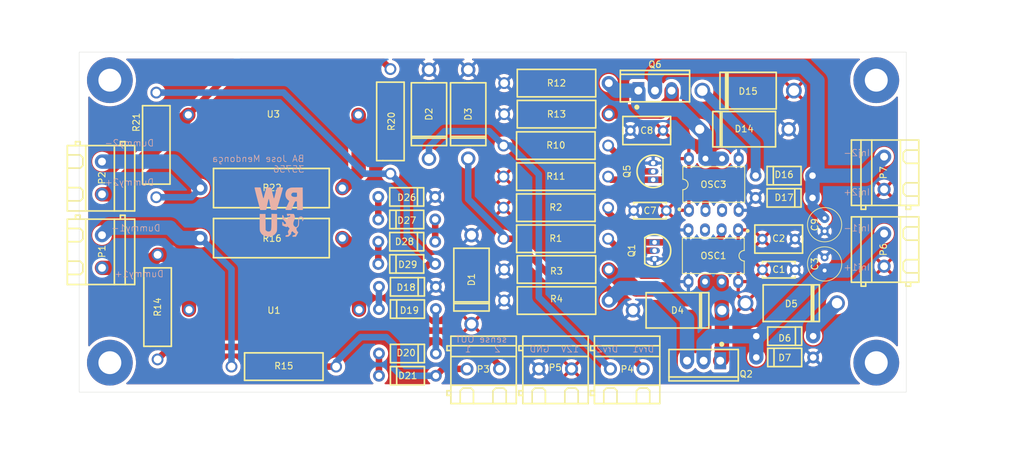
<source format=kicad_pcb>
(kicad_pcb (version 20241229) (generator "pcbnew") (generator_version "9.0")
  (layers (0 "F.Cu" signal) (2 "B.Cu" signal) (13 "F.Paste" user) (15 "B.Paste" user) (5 "F.SilkS" user "F.Silkscreen") (7 "B.SilkS" user "B.Silkscreen") (1 "F.Mask" user) (3 "B.Mask" user) (25 "Edge.Cuts" user))
  (net 0 "")
  (net 1 "VCC")
  (net 2 "GND")
  (net 3 "/driver1/mosfet_power")
  (net 4 "/driver2/mosfet_power")
  (net 5 "/Drv2")
  (net 6 "/Drv1")
  (net 7 "Net-(Q2-S)")
  (net 8 "Net-(D26-A)")
  (net 9 "Net-(D27-A)")
  (net 10 "/injector_sense1/dummy_output_ttl")
  (net 11 "/injector_sense2/dummy_output_ttl")
  (net 12 "/injector_sense1/HIGH")
  (net 13 "/injector_sense2/HIGH")
  (net 14 "Net-(D5-K)")
  (net 15 "Net-(D15-K)")
  (net 16 "Net-(D18-A)")
  (net 17 "Net-(D19-A)")
  (net 18 "Net-(D20-A)")
  (net 19 "Net-(D28-A)")
  (net 21 "Net-(OSC1-INPUT)")
  (net 23 "Net-(OSC3-INPUT)")
  (net 24 "/injector_sense1/dummy-")
  (net 25 "/injector_sense2/dummy-")
  (net 26 "Net-(Q1-B)")
  (net 27 "Net-(Q5-B)")
  (net 28 "Net-(Q6-S)")
  (net 29 "Net-(R16-Pad2)")
  (net 30 "Net-(R22-Pad2)")
  (net 31 "/Inj1-")
  (net 32 "/Inj2-")
  (footprint "EasyEDA:DO-41_BD2.4-L4.7-P8.70-D0.9-RD" (layer "F.Cu") (at 141.2 98.3)
    (property "Reference" "D19" (at 0.3 0.2 0) (layer "F.SilkS"))
    (property "Value" "1N4007RLG")
    (pad "1" thru_hole circle (at -4.35 0) (size 1.8 1.8) (drill 0.999998) (layers "*.Cu" "*.Mask") (net 16 "Net-(D18-A)"))
    (pad "2" thru_hole circle (at 4.35 0) (size 1.8 1.8) (drill 0.999998) (layers "*.Cu" "*.Mask") (net 17 "Net-(D19-A)"))
  )
  (footprint "EasyEDA:RES-TH_BD4.2-L12.0-P16.00-D0.8" (layer "F.Cu") (at 163.9 82.8)
    (property "Reference" "R2" (at 0 -0.05 0) (layer "F.SilkS"))
    (property "Value" "r=1k")
    (pad "1" thru_hole circle (at -8 0) (size 1.8 1.8) (drill 1.199998) (layers "*.Cu" "*.Mask") (net 1 "VCC"))
    (pad "2" thru_hole circle (at 8 0) (size 1.8 1.8) (drill 1.199998) (layers "*.Cu" "*.Mask") (net 21 "Net-(OSC1-INPUT)"))
  )
  (footprint "EasyEDA:DO-27_BD5.2-L8.9-P12.90-D1.5-RD" (layer "F.Cu") (at 193.3 64.9)
    (property "Reference" "D15" (at 0 0.1 0) (layer "F.SilkS"))
    (property "Value" "1N5338BRLG" (hide yes))
    (pad "1" thru_hole circle (at -7 0 180) (size 2.4 2.4) (drill 1.599997) (layers "*.Cu" "*.Mask") (net 15 "Net-(D15-K)"))
    (pad "2" thru_hole circle (at 7 0 180) (size 2.4 2.4) (drill 1.599997) (layers "*.Cu" "*.Mask") (net 1 "VCC"))
  )
  (footprint "EasyEDA:CONN-TH_2P-P5.00_WJ128V-5.0-2P" (layer "F.Cu") (at 214.1 89.25 90)
    (property "Reference" "P6" (at 0.05 -0.1 90) (layer "F.SilkS"))
    (property "Value" "WJ128V-5.0-2P")
    (pad "1" thru_hole circle (at -2.5 0 90) (size 2 2) (drill 1.199896) (layers "*.Cu" "*.Mask") (net 1 "VCC"))
    (pad "2" thru_hole circle (at 2.5 0 90) (size 2 2) (drill 1.199896) (layers "*.Cu" "*.Mask") (net 31 "/Inj1-"))
  )
  (footprint "EasyEDA:TO-92-3_L4.9-W3.7-P1.27-L" (layer "F.Cu") (at 178.78184 77.25 90)
    (property "Reference" "Q5" (at 0 -4 90) (layer "F.SilkS"))
    (property "Value" "BC547B" (hide yes))
    (pad "1" thru_hole rect (at -1.27 0 90) (size 0.9 1.6) (drill 0.700024) (layers "*.Cu" "*.Mask") (net 23 "Net-(OSC3-INPUT)"))
    (pad "2" thru_hole oval (at 0 0 90) (size 0.9 1.6) (drill 0.700024) (layers "*.Cu" "*.Mask") (net 27 "Net-(Q5-B)"))
    (pad "3" thru_hole oval (at 1.27 0 90) (size 0.9 1.6) (drill 0.700024) (layers "*.Cu" "*.Mask") (net 2 "GND"))
  )
  (footprint "EasyEDA:DO-41_BD2.4-L4.7-P8.70-D0.9-RD" (layer "F.Cu") (at 141.2 108.5)
    (property "Reference" "D21" (at 0.05 0 0) (layer "F.SilkS"))
    (property "Value" "1N4007RLG")
    (pad "1" thru_hole circle (at -4.35 0) (size 1.8 1.8) (drill 0.999998) (layers "*.Cu" "*.Mask") (net 18 "Net-(D20-A)"))
    (pad "2" thru_hole circle (at 4.35 0) (size 1.8 1.8) (drill 0.999998) (layers "*.Cu" "*.Mask") (net 10 "/injector_sense1/dummy_output_ttl"))
  )
  (footprint "EasyEDA:DO-41_BD2.4-L4.7-P8.70-D0.9-RD" (layer "F.Cu") (at 141.1 84.6)
    (property "Reference" "D27" (at 0 0.15 0) (layer "F.SilkS"))
    (property "Value" "1N4007RLG")
    (pad "1" thru_hole circle (at -4.35 0) (size 1.8 1.8) (drill 0.999998) (layers "*.Cu" "*.Mask") (net 8 "Net-(D26-A)"))
    (pad "2" thru_hole circle (at 4.35 0) (size 1.8 1.8) (drill 0.999998) (layers "*.Cu" "*.Mask") (net 9 "Net-(D27-A)"))
  )
  (footprint "EasyEDA:TO-220-3_L10.0-W4.5-P2.54-L" (layer "F.Cu") (at 186.5 106.2 180)
    (property "Reference" "Q2" (at -6.5 -2.05 0) (layer "F.SilkS"))
    (property "Value" "IRFZ44NPBF" (hide yes))
    (pad "1" thru_hole rect (at -2.54 0 180) (size 1.8 2.6) (drill 1.199998) (layers "*.Cu" "*.Mask") (net 3 "/driver1/mosfet_power"))
    (pad "2" thru_hole oval (at 0 0 180) (size 1.8 2.6) (drill 1.199998) (layers "*.Cu" "*.Mask") (net 31 "/Inj1-"))
    (pad "3" thru_hole oval (at 2.54 0 180) (size 1.8 2.6) (drill 1.199998) (layers "*.Cu" "*.Mask") (net 7 "Net-(Q2-S)"))
  )
  (footprint "EasyEDA:RES-TH_BD4.2-L12.0-P16.00-D0.8" (layer "F.Cu") (at 164 68.5 180)
    (property "Reference" "R13" (at 0 0 0) (layer "F.SilkS"))
    (property "Value" "r=1k")
    (pad "1" thru_hole circle (at -8 0 180) (size 1.8 1.8) (drill 1.199998) (layers "*.Cu" "*.Mask") (net 28 "Net-(Q6-S)"))
    (pad "2" thru_hole circle (at 8 0 180) (size 1.8 1.8) (drill 1.199998) (layers "*.Cu" "*.Mask") (net 2 "GND"))
  )
  (footprint "EasyEDA:DO-201_BD5.3-L9.5-P13.50-D1.4-FD" (layer "F.Cu") (at 182.5 98.5)
    (property "Reference" "D4" (at 0 0 0) (layer "F.SilkS"))
    (property "Value" "1.5KE18A_C132974")
    (pad "1" thru_hole circle (at -6.8 0 180) (size 2.2 2.2) (drill 1.399997) (layers "*.Cu" "*.Mask") (net 2 "GND"))
    (pad "2" thru_hole circle (at 6.8 0 180) (size 2.2 2.2) (drill 1.399997) (layers "*.Cu" "*.Mask") (net 3 "/driver1/mosfet_power"))
  )
  (footprint "EasyEDA:RES-TH_BD4.2-L12.0-P16.00-D0.8" (layer "F.Cu") (at 164 63.75 180)
    (property "Reference" "R12" (at 0 0 0) (layer "F.SilkS"))
    (property "Value" "r=1k")
    (pad "1" thru_hole circle (at -8 0 180) (size 1.8 1.8) (drill 1.199998) (layers "*.Cu" "*.Mask") (net 4 "/driver2/mosfet_power"))
    (pad "2" thru_hole circle (at 8 0 180) (size 1.8 1.8) (drill 1.199998) (layers "*.Cu" "*.Mask") (net 2 "GND"))
  )
  (footprint "EasyEDA:PDIP-8_L9.3-W6.4-P2.54-LS7.9-BL-1" (layer "F.Cu") (at 188.05 79.25)
    (property "Reference" "OSC3" (at -0.05 0 0) (layer "F.SilkS"))
    (property "Value" "MCP1406-E/P")
    (pad "1" thru_hole oval (at -3.81 3.95) (size 1.52 2) (drill 0.900024) (layers "*.Cu" "*.Mask") (net 1 "VCC"))
    (pad "2" thru_hole oval (at -1.27 3.95) (size 1.52 2) (drill 0.900024) (layers "*.Cu" "*.Mask") (net 23 "Net-(OSC3-INPUT)"))
    (pad "3" thru_hole oval (at 1.27 3.95) (size 1.52 2) (drill 0.900024) (layers "*.Cu" "*.Mask"))
    (pad "4" thru_hole oval (at 3.81 3.95) (size 1.52 2) (drill 0.900024) (layers "*.Cu" "*.Mask") (net 2 "GND"))
    (pad "5" thru_hole oval (at 3.81 -3.95) (size 1.52 2) (drill 0.900024) (layers "*.Cu" "*.Mask") (net 2 "GND"))
    (pad "6" thru_hole oval (at 1.27 -3.95) (size 1.52 2) (drill 0.900024) (layers "*.Cu" "*.Mask") (net 4 "/driver2/mosfet_power"))
    (pad "7" thru_hole oval (at -1.27 -3.95) (size 1.52 2) (drill 0.900024) (layers "*.Cu" "*.Mask") (net 4 "/driver2/mosfet_power"))
    (pad "8" thru_hole oval (at -3.81 -3.95) (size 1.52 2) (drill 0.900024) (layers "*.Cu" "*.Mask") (net 1 "VCC"))
  )
  (footprint "EasyEDA:CONN-TH_2P-P5.00_WJ128V-5.0-2P" (layer "F.Cu") (at 214.1 77.5 90)
    (property "Reference" "P7" (at 0.05 -0.1 90) (layer "F.SilkS"))
    (property "Value" "WJ128V-5.0-2P")
    (pad "1" thru_hole circle (at -2.5 0 90) (size 2 2) (drill 1.199896) (layers "*.Cu" "*.Mask") (net 1 "VCC"))
    (pad "2" thru_hole circle (at 2.5 0 90) (size 2 2) (drill 1.199896) (layers "*.Cu" "*.Mask") (net 32 "/Inj2-"))
  )
  (footprint "EasyEDA:CONN-TH_2P-P5.00_WJ128V-5.0-2P" (layer "F.Cu") (at 174.75 107.45)
    (property "Reference" "P4" (at 0.05 0.05 0) (layer "F.SilkS"))
    (property "Value" "WJ128V-5.0-2P")
    (pad "1" thru_hole circle (at -2.5 0) (size 2 2) (drill 1.199896) (layers "*.Cu" "*.Mask") (net 5 "/Drv2"))
    (pad "2" thru_hole circle (at 2.5 0) (size 2 2) (drill 1.199896) (layers "*.Cu" "*.Mask") (net 6 "/Drv1"))
  )
  (footprint "MountingHole:MountingHole_3.5mm_Pad" (layer "F.Cu") (at 212.9 63.3 180)
    (property "Reference" "H1" (hide yes))
    (property "Value" "MountingHole")
    (pad "1" thru_hole circle (at 0 0 180) (size 7 7) (drill 3.5) (layers "*.Cu" "*.Mask"))
  )
  (footprint "EasyEDA:DO-41_BD2.4-L4.7-P8.70-D0.9-RD" (layer "F.Cu") (at 141.1 81.15 180)
    (property "Reference" "D26" (at 0 -0.1 0) (layer "F.SilkS"))
    (property "Value" "1N4007RLG")
    (pad "1" thru_hole circle (at -4.35 0 180) (size 1.8 1.8) (drill 0.999998) (layers "*.Cu" "*.Mask") (net 2 "GND"))
    (pad "2" thru_hole circle (at 4.35 0 180) (size 1.8 1.8) (drill 0.999998) (layers "*.Cu" "*.Mask") (net 8 "Net-(D26-A)"))
  )
  (footprint "EasyEDA:RES-TH_BD4.2-L12.0-P16.00-D0.8" (layer "F.Cu") (at 138.6 69.6 90)
    (property "Reference" "R20" (at 0 0.15 90) (layer "F.SilkS"))
    (property "Value" "r=10k")
    (pad "1" thru_hole circle (at -8 0 90) (size 1.8 1.8) (drill 1.199998) (layers "*.Cu" "*.Mask") (net 11 "/injector_sense2/dummy_output_ttl"))
    (pad "2" thru_hole circle (at 8 0 90) (size 1.8 1.8) (drill 1.199998) (layers "*.Cu" "*.Mask") (net 13 "/injector_sense2/HIGH"))
  )
  (footprint "EasyEDA:RES-TH_L22.0-W10.0-P26.00-D1.0" (layer "F.Cu") (at 120.7 68.6 180)
    (property "Reference" "U3" (at 0 0.1 0) (layer "F.SilkS"))
    (property "Value" "SQP5W-10Ω±5%-9P")
    (pad "1" thru_hole circle (at -13 0 180) (size 1.7 1.7) (drill 1.100023) (layers "*.Cu" "*.Mask") (net 30 "Net-(R22-Pad2)"))
    (pad "2" thru_hole circle (at 13 0 180) (size 1.7 1.7) (drill 1.100023) (layers "*.Cu" "*.Mask") (net 13 "/injector_sense2/HIGH"))
  )
  (footprint "EasyEDA:DO-41_BD2.4-L4.7-P8.70-D0.9-RD" (layer "F.Cu") (at 198.9 105.7)
    (property "Reference" "D7" (at 0 0.05 0) (layer "F.SilkS"))
    (property "Value" "1N4007RLG" (hide yes))
    (pad "1" thru_hole circle (at -4.35 0) (size 1.8 1.8) (drill 0.999998) (layers "*.Cu" "*.Mask") (net 31 "/Inj1-"))
    (pad "2" thru_hole circle (at 4.35 0) (size 1.8 1.8) (drill 0.999998) (layers "*.Cu" "*.Mask") (net 2 "GND"))
  )
  (footprint "EasyEDA:DO-41_BD2.4-L4.7-P8.70-D0.9-RD" (layer "F.Cu") (at 141.2 94.9 180)
    (property "Reference" "D18" (at 0.2 -0.1 0) (layer "F.SilkS"))
    (property "Value" "1N4007RLG")
    (pad "1" thru_hole circle (at -4.35 0 180) (size 1.8 1.8) (drill 0.999998) (layers "*.Cu" "*.Mask") (net 2 "GND"))
    (pad "2" thru_hole circle (at 4.35 0 180) (size 1.8 1.8) (drill 0.999998) (layers "*.Cu" "*.Mask") (net 16 "Net-(D18-A)"))
  )
  (footprint "EasyEDA:RES-TH_BD4.2-L12.0-P16.00-D0.8" (layer "F.Cu") (at 163.9 87.55)
    (property "Reference" "R1" (at 0 -0.05 0) (layer "F.SilkS"))
    (property "Value" "r=10k")
    (pad "1" thru_hole circle (at -8 0) (size 1.8 1.8) (drill 1.199998) (layers "*.Cu" "*.Mask") (net 6 "/Drv1"))
    (pad "2" thru_hole circle (at 8 0) (size 1.8 1.8) (drill 1.199998) (layers "*.Cu" "*.Mask") (net 26 "Net-(Q1-B)"))
  )
  (footprint "EasyEDA:DO-201_BD5.3-L9.5-P13.50-D1.4-FD" (layer "F.Cu") (at 144.5 68.5 -90)
    (property "Reference" "D2" (at 0 0 90) (layer "F.SilkS"))
    (property "Value" "1.5KE18A_C132974")
    (pad "1" thru_hole circle (at -6.8 0 90) (size 2.2 2.2) (drill 1.399997) (layers "*.Cu" "*.Mask") (net 2 "GND"))
    (pad "2" thru_hole circle (at 6.8 0 90) (size 2.2 2.2) (drill 1.399997) (layers "*.Cu" "*.Mask") (net 5 "/Drv2"))
  )
  (footprint "MountingHole:MountingHole_3.5mm_Pad" (layer "F.Cu") (at 212.9 106.5)
    (property "Reference" "H2" (hide yes))
    (property "Value" "MountingHole")
    (pad "1" thru_hole circle (at 0 0) (size 7 7) (drill 3.5) (layers "*.Cu" "*.Mask"))
  )
  (footprint "EasyEDA:TO-220-3_L10.0-W4.5-P2.54-L" (layer "F.Cu") (at 179.06 64.9)
    (property "Reference" "Q6" (at 0 -4 0) (layer "F.SilkS"))
    (property "Value" "IRFZ44NPBF" (hide yes))
    (pad "1" thru_hole rect (at -2.54 0) (size 1.8 2.6) (drill 1.199998) (layers "*.Cu" "*.Mask") (net 4 "/driver2/mosfet_power"))
    (pad "2" thru_hole oval (at 0 0) (size 1.8 2.6) (drill 1.199998) (layers "*.Cu" "*.Mask") (net 32 "/Inj2-"))
    (pad "3" thru_hole oval (at 2.54 0) (size 1.8 2.6) (drill 1.199998) (layers "*.Cu" "*.Mask") (net 28 "Net-(Q6-S)"))
  )
  (footprint "EasyEDA:DO-201_BD5.3-L9.5-P13.50-D1.4-FD" (layer "F.Cu") (at 192.7 70.8 180)
    (property "Reference" "D14" (at 0 0.05 0) (layer "F.SilkS"))
    (property "Value" "1.5KE18A_C132974" (hide yes))
    (pad "1" thru_hole circle (at -6.8 0) (size 2.2 2.2) (drill 1.399997) (layers "*.Cu" "*.Mask") (net 2 "GND"))
    (pad "2" thru_hole circle (at 6.8 0) (size 2.2 2.2) (drill 1.399997) (layers "*.Cu" "*.Mask") (net 4 "/driver2/mosfet_power"))
  )
  (footprint "EasyEDA:DO-27_BD5.2-L8.9-P12.90-D1.5-RD" (layer "F.Cu") (at 199.9 97.4 180)
    (property "Reference" "D5" (at 0 -0.1 0) (layer "F.SilkS"))
    (property "Value" "1N5338BRLG" (hide yes))
    (pad "1" thru_hole circle (at -7 0) (size 2.4 2.4) (drill 1.599997) (layers "*.Cu" "*.Mask") (net 14 "Net-(D5-K)"))
    (pad "2" thru_hole circle (at 7 0) (size 2.4 2.4) (drill 1.599997) (layers "*.Cu" "*.Mask") (net 1 "VCC"))
  )
  (footprint "EasyEDA:DO-41_BD2.4-L4.7-P8.70-D0.9-RD" (layer "F.Cu") (at 141.2 105.1 180)
    (property "Reference" "D20" (at 0.2 0.1 0) (layer "F.SilkS"))
    (property "Value" "1N4007RLG")
    (pad "1" thru_hole circle (at -4.35 0 180) (size 1.8 1.8) (drill 0.999998) (layers "*.Cu" "*.Mask") (net 17 "Net-(D19-A)"))
    (pad "2" thru_hole circle (at 4.35 0 180) (size 1.8 1.8) (drill 0.999998) (layers "*.Cu" "*.Mask") (net 18 "Net-(D20-A)"))
  )
  (footprint "EasyEDA:CONN-TH_2P-P5.00_WJ128V-5.0-2P" (layer "F.Cu") (at 152.8 107.45)
    (property "Reference" "P3" (at 0 0.05 0) (layer "F.SilkS"))
    (property "Value" "WJ128V-5.0-2P")
    (pad "1" thru_hole circle (at -2.5 0) (size 2 2) (drill 1.199896) (layers "*.Cu" "*.Mask") (net 10 "/injector_sense1/dummy_output_ttl"))
    (pad "2" thru_hole circle (at 2.5 0) (size 2 2) (drill 1.199896) (layers "*.Cu" "*.Mask") (net 11 "/injector_sense2/dummy_output_ttl"))
  )
  (footprint "EasyEDA:CAP-TH_L5.0-W2.5-P5.00-D1.0" (layer "F.Cu") (at 198 92.3 180)
    (property "Reference" "C1" (at 0 0.05 0) (layer "F.SilkS"))
    (property "Value" "CC1H104MC1FD3F6C10MF" (hide yes))
    (pad "1" thru_hole circle (at -2.5 0 180) (size 1.6 1.6) (drill 0.999998) (layers "*.Cu" "*.Mask") (net 2 "GND"))
    (pad "2" thru_hole circle (at 2.5 0 180) (size 1.6 1.6) (drill 0.999998) (layers "*.Cu" "*.Mask") (net 1 "VCC"))
  )
  (footprint "LOGO" (layer "F.Cu") (at 121.5 83)
    (property "Reference" "G***" (hide yes))
    (property "Value" "LOGO" (hide yes))
  )
  (footprint "EasyEDA:CAP-TH_L5.0-W2.5-P5.00-D1.0" (layer "F.Cu") (at 178.3 83.25)
    (property "Reference" "C7" (at 0 0 0) (layer "F.SilkS"))
    (property "Value" "CC1H104MC1FD3F6C10MF" (hide yes))
    (pad "1" thru_hole circle (at -2.5 0) (size 1.6 1.6) (drill 0.999998) (layers "*.Cu" "*.Mask") (net 2 "GND"))
    (pad "2" thru_hole circle (at 2.5 0) (size 1.6 1.6) (drill 0.999998) (layers "*.Cu" "*.Mask") (net 1 "VCC"))
  )
  (footprint "EasyEDA:DO-201_BD5.3-L9.5-P13.50-D1.4-FD" (layer "F.Cu") (at 150.5 68.5 -90)
    (property "Reference" "D3" (at 0 0 90) (layer "F.SilkS"))
    (property "Value" "1.5KE18A_C132974")
    (pad "1" thru_hole circle (at -6.8 0 90) (size 2.2 2.2) (drill 1.399997) (layers "*.Cu" "*.Mask") (net 2 "GND"))
    (pad "2" thru_hole circle (at 6.8 0 90) (size 2.2 2.2) (drill 1.399997) (layers "*.Cu" "*.Mask") (net 6 "/Drv1"))
  )
  (footprint "EasyEDA:TO-92-3_L4.9-W3.7-P1.27-L" (layer "F.Cu") (at 179 89.37 -90)
    (property "Reference" "Q1" (at 0 3.5 90) (layer "F.SilkS"))
    (property "Value" "BC547B")
    (pad "1" thru_hole rect (at -1.27 0 270) (size 0.9 1.6) (drill 0.700024) (layers "*.Cu" "*.Mask") (net 21 "Net-(OSC1-INPUT)"))
    (pad "2" thru_hole oval (at 0 0 270) (size 0.9 1.6) (drill 0.700024) (layers "*.Cu" "*.Mask") (net 26 "Net-(Q1-B)"))
    (pad "3" thru_hole oval (at 1.27 0 270) (size 0.9 1.6) (drill 0.700024) (layers "*.Cu" "*.Mask") (net 2 "GND"))
  )
  (footprint "EasyEDA:RES-TH_BD4.2-L12.0-P16.00-D0.8" (layer "F.Cu") (at 163.9 73.3)
    (property "Reference" "R10" (at 0 -0.05 0) (layer "F.SilkS"))
    (property "Value" "r=10k")
    (pad "1" thru_hole circle (at -8 0) (size 1.8 1.8) (drill 1.199998) (layers "*.Cu" "*.Mask") (net 5 "/Drv2"))
    (pad "2" thru_hole circle (at 8 0) (size 1.8 1.8) (drill 1.199998) (layers "*.Cu" "*.Mask") (net 27 "Net-(Q5-B)"))
  )
  (footprint "EasyEDA:DO-41_BD2.4-L4.7-P8.70-D0.9-RD" (layer "F.Cu") (at 141.1 91.4)
    (property "Reference" "D29" (at 0.15 0.1 0) (layer "F.SilkS"))
    (property "Value" "1N4007RLG")
    (pad "1" thru_hole circle (at -4.35 0) (size 1.8 1.8) (drill 0.999998) (layers "*.Cu" "*.Mask") (net 19 "Net-(D28-A)"))
    (pad "2" thru_hole circle (at 4.35 0) (size 1.8 1.8) (drill 0.999998) (layers "*.Cu" "*.Mask") (net 11 "/injector_sense2/dummy_output_ttl"))
  )
  (footprint "EasyEDA:RES-TH_BD4.2-L12.0-P16.00-D0.8" (layer "F.Cu") (at 164 92.25 180)
    (property "Reference" "R3" (at 0 -0.25 0) (layer "F.SilkS"))
    (property "Value" "r=1k")
    (pad "1" thru_hole circle (at -8 0 180) (size 1.8 1.8) (drill 1.199998) (layers "*.Cu" "*.Mask") (net 3 "/driver1/mosfet_power"))
    (pad "2" thru_hole circle (at 8 0 180) (size 1.8 1.8) (drill 1.199998) (layers "*.Cu" "*.Mask") (net 2 "GND"))
  )
  (footprint "EasyEDA:PDIP-8_L9.3-W6.4-P2.54-LS7.9-BL-1" (layer "F.Cu") (at 187.98 90.15 180)
    (property "Reference" "OSC1" (at -0.02 0 0) (layer "F.SilkS"))
    (property "Value" "MCP1406-E/P" (hide yes))
    (pad "1" thru_hole oval (at -3.81 3.95 180) (size 1.52 2) (drill 0.900024) (layers "*.Cu" "*.Mask") (net 1 "VCC"))
    (pad "2" thru_hole oval (at -1.27 3.95 180) (size 1.52 2) (drill 0.900024) (layers "*.Cu" "*.Mask") (net 21 "Net-(OSC1-INPUT)"))
    (pad "3" thru_hole oval (at 1.27 3.95 180) (size 1.52 2) (drill 0.900024) (layers "*.Cu" "*.Mask"))
    (pad "4" thru_hole oval (at 3.81 3.95 180) (size 1.52 2) (drill 0.900024) (layers "*.Cu" "*.Mask") (net 2 "GND"))
    (pad "5" thru_hole oval (at 3.81 -3.95 180) (size 1.52 2) (drill 0.900024) (layers "*.Cu" "*.Mask") (net 2 "GND"))
    (pad "6" thru_hole oval (at 1.27 -3.95 180) (size 1.52 2) (drill 0.900024) (layers "*.Cu" "*.Mask") (net 3 "/driver1/mosfet_power"))
    (pad "7" thru_hole oval (at -1.27 -3.95 180) (size 1.52 2) (drill 0.900024) (layers "*.Cu" "*.Mask") (net 3 "/driver1/mosfet_power"))
    (pad "8" thru_hole oval (at -3.81 -3.95 180) (size 1.52 2) (drill 0.900024) (layers "*.Cu" "*.Mask") (net 1 "VCC"))
  )
  (footprint "EasyEDA:DO-41_BD2.4-L4.7-P8.70-D0.9-RD" (layer "F.Cu") (at 198.8 81.3 180)
    (property "Reference" "D17" (at 0 0.05 0) (layer "F.SilkS"))
    (property "Value" "1N4007RLG")
    (pad "1" thru_hole circle (at -4.35 0 180) (size 1.8 1.8) (drill 0.999998) (layers "*.Cu" "*.Mask") (net 32 "/Inj2-"))
    (pad "2" thru_hole circle (at 4.35 0 180) (size 1.8 1.8) (drill 0.999998) (layers "*.Cu" "*.Mask") (net 2 "GND"))
  )
  (footprint "Capacitor_THT:C_Radial_D5.0mm_H5.0mm_P2.00mm" (layer "F.Cu") (at 205 92.4 90)
    (property "Reference" "C3" (at 1 -1.5 90) (layer "F.SilkS"))
    (property "Value" "c=10u")
    (pad "1" thru_hole circle (at 0 0 90) (size 1.2 1.2) (drill 0.6) (layers "*.Cu" "*.Mask") (net 31 "/Inj1-"))
    (pad "2" thru_hole circle (at 2 0 90) (size 1.2 1.2) (drill 0.6) (layers "*.Cu" "*.Mask") (net 2 "GND"))
  )
  (footprint "EasyEDA:DO-41_BD2.4-L4.7-P8.70-D0.9-RD" (layer "F.Cu") (at 198.9 102.45 180)
    (property "Reference" "D6" (at 0 -0.3 0) (layer "F.SilkS"))
    (property "Value" "1N4007RLG" (hide yes))
    (pad "1" thru_hole circle (at -4.35 0 180) (size 1.8 1.8) (drill 0.999998) (layers "*.Cu" "*.Mask") (net 14 "Net-(D5-K)"))
    (pad "2" thru_hole circle (at 4.35 0 180) (size 1.8 1.8) (drill 0.999998) (layers "*.Cu" "*.Mask") (net 31 "/Inj1-"))
  )
  (footprint "EasyEDA:CAP-TH_L7.3-W4.5-P5.00-D0.5" (layer "F.Cu") (at 197.98 87.6)
    (property "Reference" "C2" (at 0 -0.1 0) (layer "F.SilkS"))
    (property "Value" "B32529C0105J289" (hide yes))
    (pad "1" thru_hole circle (at -2.5 0) (size 1.6 1.6) (drill 0.900024) (layers "*.Cu" "*.Mask") (net 1 "VCC"))
    (pad "2" thru_hole circle (at 2.5 0) (size 1.6 1.6) (drill 0.900024) (layers "*.Cu" "*.Mask") (net 2 "GND"))
  )
  (footprint "Capacitor_THT:C_Radial_D5.0mm_H5.0mm_P2.00mm" (layer "F.Cu") (at 205 84.4 -90)
    (property "Reference" "C9" (at 1 1.5 90) (layer "F.SilkS"))
    (property "Value" "c=10u")
    (pad "1" thru_hole circle (at 0 0 270) (size 1.2 1.2) (drill 0.6) (layers "*.Cu" "*.Mask") (net 32 "/Inj2-"))
    (pad "2" thru_hole circle (at 2 0 270) (size 1.2 1.2) (drill 0.6) (layers "*.Cu" "*.Mask") (net 2 "GND"))
  )
  (footprint "MountingHole:MountingHole_3.5mm_Pad" (layer "F.Cu") (at 95.7 63.3 -90)
    (property "Reference" "H3" (hide yes))
    (property "Value" "MountingHole")
    (pad "1" thru_hole circle (at 0 0 270) (size 7 7) (drill 3.5) (layers "*.Cu" "*.Mask"))
  )
  (footprint "EasyEDA:RES-TH_BD4.2-L12.0-P16.00-D0.8" (layer "F.Cu") (at 103 98 90)
    (property "Reference" "R14" (at 0 0 90) (layer "F.SilkS"))
    (property "Value" "r=10k")
    (pad "1" thru_hole circle (at -8 0 90) (size 1.8 1.8) (drill 1.199998) (layers "*.Cu" "*.Mask") (net 10 "/injector_sense1/dummy_output_ttl"))
    (pad "2" thru_hole circle (at 8 0 90) (size 1.8 1.8) (drill 1.199998) (layers "*.Cu" "*.Mask") (net 12 "/injector_sense1/HIGH"))
  )
  (footprint "MountingHole:MountingHole_3.5mm_Pad" (layer "F.Cu") (at 95.7 106.5 -90)
    (property "Reference" "H4" (hide yes))
    (property "Value" "MountingHole")
    (pad "1" thru_hole circle (at 0 0 270) (size 7 7) (drill 3.5) (layers "*.Cu" "*.Mask"))
  )
  (footprint "EasyEDA:CAP-TH_L7.3-W4.5-P5.00-D0.5" (layer "F.Cu") (at 177.8 71 180)
    (property "Reference" "C8" (at 0 0 0) (layer "F.SilkS"))
    (property "Value" "B32529C0105J289" (hide yes))
    (pad "1" thru_hole circle (at -2.5 0 180) (size 1.6 1.6) (drill 0.900024) (layers "*.Cu" "*.Mask") (net 1 "VCC"))
    (pad "2" thru_hole circle (at 2.5 0 180) (size 1.6 1.6) (drill 0.900024) (layers "*.Cu" "*.Mask") (net 2 "GND"))
  )
  (footprint "EasyEDA:RES-TH_BD4.2-L12.0-P16.00-D0.8" (layer "F.Cu") (at 102.8 73.2 90)
    (property "Reference" "R21" (at 3.45 -3.05 90) (layer "F.SilkS"))
    (property "Value" "r=2.2k")
    (pad "1" thru_hole circle (at -8 0 90) (size 1.8 1.8) (drill 1.199998) (layers "*.Cu" "*.Mask") (net 25 "/injector_sense2/dummy-"))
    (pad "2" thru_hole circle (at 8 0 90) (size 1.8 1.8) (drill 1.199998) (layers "*.Cu" "*.Mask") (net 11 "/injector_sense2/dummy_output_ttl"))
  )
  (footprint "EasyEDA:RES-TH_BD4.2-L12.0-P16.00-D0.8" (layer "F.Cu") (at 163.9 78.05)
    (property "Reference" "R11" (at 0 -0.05 0) (layer "F.SilkS"))
    (property "Value" "r=1k")
    (pad "1" thru_hole circle (at -8 0) (size 1.8 1.8) (drill 1.199998) (layers "*.Cu" "*.Mask") (net 1 "VCC"))
    (pad "2" thru_hole circle (at 8 0) (size 1.8 1.8) (drill 1.199998) (layers "*.Cu" "*.Mask") (net 23 "Net-(OSC3-INPUT)"))
  )
  (footprint "EasyEDA:RES-TH_BD6.0-L17.5-P21.50-D0.7" (layer "F.Cu") (at 120.4 87.45)
    (property "Reference" "R16" (at 0.1 0.05 0) (layer "F.SilkS"))
    (property "Value" "MOF3WS-2.2Ω±5%T")
    (pad "1" thru_hole circle (at -10.85 0) (size 1.88 1.88) (drill 1.100023) (layers "*.Cu" "*.Mask") (net 24 "/injector_sense1/dummy-"))
    (pad "2" thru_hole circle (at 10.85 0) (size 1.88 1.88) (drill 1.100023) (layers "*.Cu" "*.Mask") (net 29 "Net-(R16-Pad2)"))
  )
  (footprint "EasyEDA:RES-TH_L22.0-W10.0-P26.00-D1.0" (layer "F.Cu") (at 120.8 98.4 180)
    (property "Reference" "U1" (at 0 -0.1 0) (layer "F.SilkS"))
    (property "Value" "SQP5W-10Ω±5%-9P")
    (pad "1" thru_hole circle (at -13 0 180) (size 1.7 1.7) (drill 1.100023) (layers "*.Cu" "*.Mask") (net 29 "Net-(R16-Pad2)"))
    (pad "2" thru_hole circle (at 13 0 180) (size 1.7 1.7) (drill 1.100023) (layers "*.Cu" "*.Mask") (net 12 "/injector_sense1/HIGH"))
  )
  (footprint "EasyEDA:DO-201_BD5.3-L9.5-P13.50-D1.4-FD" (layer "F.Cu") (at 151 93.8 -90)
    (property "Reference" "D1" (at 0 0 90) (layer "F.SilkS"))
    (property "Value" "1.5KE18A_C132974")
    (pad "1" thru_hole circle (at -6.8 0 90) (size 2.2 2.2) (drill 1.399997) (layers "*.Cu" "*.Mask") (net 2 "GND"))
    (pad "2" thru_hole circle (at 6.8 0 90) (size 2.2 2.2) (drill 1.399997) (layers "*.Cu" "*.Mask") (net 1 "VCC"))
  )
  (footprint "EasyEDA:RES-TH_BD4.2-L12.0-P16.00-D0.8" (layer "F.Cu") (at 122.3 107.1)
    (property "Reference" "R15" (at 0 -0.1 0) (layer "F.SilkS"))
    (property "Value" "r=2.2k")
    (pad "1" thru_hole circle (at -8 0) (size 1.8 1.8) (drill 1.199998) (layers "*.Cu" "*.Mask") (net 24 "/injector_sense1/dummy-"))
    (pad "2" thru_hole circle (at 8 0) (size 1.8 1.8) (drill 1.199998) (layers "*.Cu" "*.Mask") (net 10 "/injector_sense1/dummy_output_ttl"))
  )
  (footprint "EasyEDA:DO-41_BD2.4-L4.7-P8.70-D0.9-RD" (layer "F.Cu") (at 141.1 88 180)
    (property "Reference" "D28" (at 0.35 0 0) (layer "F.SilkS"))
    (property "Value" "1N4007RLG")
    (pad "1" thru_hole circle (at -4.35 0 180) (size 1.8 1.8) (drill 0.999998) (layers "*.Cu" "*.Mask") (net 9 "Net-(D27-A)"))
    (pad "2" thru_hole circle (at 4.35 0 180) (size 1.8 1.8) (drill 0.999998) (layers "*.Cu" "*.Mask") (net 19 "Net-(D28-A)"))
  )
  (footprint "EasyEDA:RES-TH_BD4.2-L12.0-P16.00-D0.8" (layer "F.Cu") (at 164 97 180)
    (property "Reference" "R4" (at 0 0.25 0) (layer "F.SilkS"))
    (property "Value" "r=1k")
    (pad "1" thru_hole circle (at -8 0 180) (size 1.8 1.8) (drill 1.199998) (layers "*.Cu" "*.Mask") (net 7 "Net-(Q2-S)"))
    (pad "2" thru_hole circle (at 8 0 180) (size 1.8 1.8) (drill 1.199998) (layers "*.Cu" "*.Mask") (net 2 "GND"))
  )
  (footprint "EasyEDA:RES-TH_BD6.0-L17.5-P21.50-D0.7" (layer "F.Cu") (at 120.4 79.8)
    (property "Reference" "R22" (at 0.1 -0.05 0) (layer "F.SilkS"))
    (property "Value" "MOF3WS-2.2Ω±5%T")
    (pad "1" thru_hole circle (at -10.85 0) (size 1.88 1.88) (drill 1.100023) (layers "*.Cu" "*.Mask") (net 25 "/injector_sense2/dummy-"))
    (pad "2" thru_hole circle (at 10.85 0) (size 1.88 1.88) (drill 1.100023) (layers "*.Cu" "*.Mask") (net 30 "Net-(R22-Pad2)"))
  )
  (footprint "EasyEDA:DO-41_BD2.4-L4.7-P8.70-D0.9-RD" (layer "F.Cu") (at 198.8 77.9)
    (property "Reference" "D16" (at 0 -0.15 0) (layer "F.SilkS"))
    (property "Value" "1N4007RLG")
    (pad "1" thru_hole circle (at -4.35 0) (size 1.8 1.8) (drill 0.999998) (layers "*.Cu" "*.Mask") (net 15 "Net-(D15-K)"))
    (pad "2" thru_hole circle (at 4.35 0) (size 1.8 1.8) (drill 0.999998) (layers "*.Cu" "*.Mask") (net 32 "/Inj2-"))
  )
  (footprint "EasyEDA:CONN-TH_2P-P5.00_WJ128V-5.0-2P" (layer "F.Cu") (at 163.8 107.45)
    (property "Reference" "P5" (at 0 -0.2 0) (layer "F.SilkS"))
    (property "Value" "WJ128V-5.0-2P")
    (pad "1" thru_hole circle (at -2.5 0) (size 2 2) (drill 1.199896) (layers "*.Cu" "*.Mask") (net 2 "GND"))
    (pad "2" thru_hole circle (at 2.5 0) (size 2 2) (drill 1.199896) (layers "*.Cu" "*.Mask") (net 1 "VCC"))
  )
  (footprint "EasyEDA:CONN-TH_2P-P5.00_WJ128V-5.0-2P" (layer "F.Cu") (at 94.5 78.25 -90)
    (property "Reference" "P2" (at 0 0 90) (layer "F.SilkS"))
    (property "Value" "WJ128V-5.0-2P")
    (pad "1" thru_hole circle (at -2.5 0 270) (size 2 2) (drill 1.199896) (layers "*.Cu" "*.Mask") (net 25 "/injector_sense2/dummy-"))
    (pad "2" thru_hole circle (at 2.5 0 270) (size 2 2) (drill 1.199896) (layers "*.Cu" "*.Mask") (net 13 "/injector_sense2/HIGH"))
  )
  (footprint "EasyEDA:CONN-TH_2P-P5.00_WJ128V-5.0-2P" (layer "F.Cu") (at 94.5 89.5 -90)
    (property "Reference" "P1" (at 0 0 90) (layer "F.SilkS"))
    (property "Value" "WJ128V-5.0-2P")
    (pad "1" thru_hole circle (at -2.5 0 270) (size 2 2) (drill 1.199896) (layers "*.Cu" "*.Mask") (net 24 "/injector_sense1/dummy-"))
    (pad "2" thru_hole circle (at 2.5 0 270) (size 2 2) (drill 1.199896) (layers "*.Cu" "*.Mask") (net 12 "/injector_sense1/HIGH"))
  )
  (gr_rect (start 91 59) (end 217.5 111) (stroke (width 0.05)) (fill no) (layer "Edge.Cuts"))
  (gr_text "Dummy1+" (at 104 93.5 0) (layer "B.SilkS") (effects (font (size 1 1) (thickness 0.1)) (justify left bottom mirror)))
  (gr_text "Drv1\n" (at 179 105 0) (layer "B.SilkS") (effects (font (size 1 1) (thickness 0.1)) (justify left bottom mirror)))
  (gr_text "Dummy1-\n" (at 103.5 86.5 0) (layer "B.SilkS") (effects (font (size 1 1) (thickness 0.1)) (justify left bottom mirror)))
  (gr_text "Dummy2-" (at 102.5 73.5 0) (layer "B.SilkS") (effects (font (size 1 1) (thickness 0.1)) (justify left bottom mirror)))
  (gr_text "BA Jose Mendonça\n35756" (at 125.5 77.5 0) (layer "B.SilkS") (effects (font (size 1 1) (thickness 0.1)) (justify left bottom mirror)))
  (gr_text "1" (at 151 105 0) (layer "B.SilkS") (effects (font (size 1 1) (thickness 0.1)) (justify left bottom mirror)))
  (gr_text "12V" (at 167.5 105 0) (layer "B.SilkS") (effects (font (size 1 1) (thickness 0.1)) (justify left bottom mirror)))
  (gr_text "Inj2-\n" (at 212 75 0) (layer "B.SilkS") (effects (font (size 1 1) (thickness 0.1)) (justify left bottom mirror)))
  (gr_text "Dummy2+\n" (at 102.5 79.5 0) (layer "B.SilkS") (effects (font (size 1 1) (thickness 0.1)) (justify left bottom mirror)))
  (gr_text "Inj1+" (at 212 92.5 0) (layer "B.SilkS") (effects (font (size 1 1) (thickness 0.1)) (justify left bottom mirror)))
  (gr_text "sense OUT\n" (at 156.5 103.5 0) (layer "B.SilkS") (effects (font (size 1 1) (thickness 0.1)) (justify left bottom mirror)))
  (gr_text "Drv2\n" (at 173.5 105 0) (layer "B.SilkS") (effects (font (size 1 1) (thickness 0.1)) (justify left bottom mirror)))
  (gr_text "GND\n" (at 163 105 0) (layer "B.SilkS") (effects (font (size 1 1) (thickness 0.1)) (justify left bottom mirror)))
  (gr_text "2\n" (at 155.5 105 0) (layer "B.SilkS") (effects (font (size 1 1) (thickness 0.1)) (justify left bottom mirror)))
  (gr_text "Inj2+\n" (at 212 81 0) (layer "B.SilkS") (effects (font (size 1 1) (thickness 0.1)) (justify left bottom mirror)))
  (gr_text "Inj1-" (at 212 86.5 0) (layer "B.SilkS") (effects (font (size 1 1) (thickness 0.1)) (justify left bottom mirror)))
  (segment (start 189.3 98.5) (end 189.3 105.94) (width 2.2) (layer "F.Cu") (net 3))
  (segment (start 174.9 94) (end 176.2 95.3) (width 2.2) (layer "F.Cu") (net 3))
  (segment (start 176.2 95.3) (end 180.3 95.3) (width 2.2) (layer "F.Cu") (net 3))
  (segment (start 186.71 95.49) (end 186.71 94.1) (width 2.2) (layer "F.Cu") (net 3))
  (segment (start 185.4 96.8) (end 186.71 95.49) (width 2.2) (layer "F.Cu") (net 3))
  (segment (start 186.71 94.1) (end 189.25 94.1) (width 2.2) (layer "F.Cu") (net 3))
  (segment (start 181.8 96.8) (end 185.4 96.8) (width 2.2) (layer "F.Cu") (net 3))
  (segment (start 189.25 98.45) (end 189.3 98.5) (width 2.2) (layer "F.Cu") (net 3))
  (segment (start 173.75 94) (end 174.9 94) (width 2.2) (layer "F.Cu") (net 3))
  (segment (start 189.25 94.1) (end 189.25 98.45) (width 2.2) (layer "F.Cu") (net 3))
  (segment (start 180.3 95.3) (end 181.8 96.8) (width 2.2) (layer "F.Cu") (net 3))
  (segment (start 172 92.25) (end 173.75 94) (width 2.2) (layer "F.Cu") (net 3))
  (segment (start 189.3 105.94) (end 189.04 106.2) (width 2.2) (layer "F.Cu") (net 3))
  (segment (start 186.78 75.3) (end 186.78 71.68) (width 2.2) (layer "B.Cu") (net 4))
  (segment (start 186.78 71.68) (end 185.9 70.8) (width 2.2) (layer "B.Cu") (net 4))
  (segment (start 173.15 64.9) (end 172 63.75) (width 2.2) (layer "B.Cu") (net 4))
  (segment (start 182.9 67.8) (end 177.4 67.8) (width 2.2) (layer "B.Cu") (net 4))
  (segment (start 176.52 64.9) (end 173.15 64.9) (width 2.2) (layer "B.Cu") (net 4))
  (segment (start 185.9 70.8) (end 182.9 67.8) (width 2.2) (layer "B.Cu") (net 4))
  (segment (start 186.78 75.3) (end 189.32 75.3) (width 2.2) (layer "B.Cu") (net 4))
  (segment (start 177.4 67.8) (end 176.52 66.92) (width 2.2) (layer "B.Cu") (net 4))
  (segment (start 176.52 66.92) (end 176.52 64.9) (width 2.2) (layer "B.Cu") (net 4))
  (segment (start 161.3 96.5) (end 161.3 77.7) (width 1) (layer "B.Cu") (net 5))
  (segment (start 161.3 77.7) (end 156.9 73.3) (width 1) (layer "B.Cu") (net 5))
  (segment (start 172.25 107.45) (end 161.3 96.5) (width 1) (layer "B.Cu") (net 5))
  (segment (start 153.7 71.1) (end 146.9 71.1) (width 1) (layer "B.Cu") (net 5))
  (segment (start 144.5 73.5) (end 144.5 75.3) (width 1) (layer "B.Cu") (net 5))
  (segment (start 156.9 73.3) (end 155.9 73.3) (width 1) (layer "B.Cu") (net 5))
  (segment (start 155.9 73.3) (end 153.7 71.1) (width 1) (layer "B.Cu") (net 5))
  (segment (start 146.9 71.1) (end 144.5 73.5) (width 1) (layer "B.Cu") (net 5))
  (segment (start 177.25 107.45) (end 157.35 87.55) (width 1) (layer "F.Cu") (net 6))
  (segment (start 157.35 87.55) (end 155.9 87.55) (width 1) (layer "F.Cu") (net 6))
  (segment (start 150.5 81.5) (end 150.5 75.3) (width 1) (layer "B.Cu") (net 6))
  (segment (start 155.9 86.9) (end 150.5 81.5) (width 1) (layer "B.Cu") (net 6))
  (segment (start 155.9 87.55) (end 155.9 86.9) (width 1) (layer "B.Cu") (net 6))
  (segment (start 183.95 99.85) (end 183.96 99.84) (width 2.2) (layer "B.Cu") (net 7))
  (segment (start 183.96 99.84) (end 183.96 106.2) (width 2.2) (layer "B.Cu") (net 7))
  (segment (start 182 97.9) (end 183.95 99.85) (width 2.2) (layer "B.Cu") (net 7))
  (segment (start 179.2 95.1) (end 182 97.9) (width 2.2) (layer "B.Cu") (net 7))
  (segment (start 172 97) (end 173.9 95.1) (width 2.2) (layer "B.Cu") (net 7))
  (segment (start 173.9 95.1) (end 179.2 95.1) (width 2.2) (layer "B.Cu") (net 7))
  (segment (start 136.75 84.6) (end 136.75 81.15) (width 1) (layer "F.Cu") (net 8))
  (segment (start 145.45 88) (end 145.45 84.6) (width 1) (layer "F.Cu") (net 9))
  (segment (start 130.3 107.1) (end 121 107.1) (width 1) (layer "F.Cu") (net 10))
  (segment (start 121 107.1) (end 118 104.1) (width 1) (layer "F.Cu") (net 10))
  (segment (start 146.6 107.45) (end 145.55 108.5) (width 1) (layer "F.Cu") (net 10))
  (segment (start 150.3 107.45) (end 146.6 107.45) (width 1) (layer "F.Cu") (net 10))
  (segment (start 118 104.1) (end 104.9 104.1) (width 1) (layer "F.Cu") (net 10))
  (segment (start 104.9 104.1) (end 103 106) (width 1) (layer "F.Cu") (net 10))
  (segment (start 134.1 102.6) (end 130.3 106.4) (width 1) (layer "B.Cu") (net 10))
  (segment (start 139.1 103.75) (end 137.95 102.6) (width 1) (layer "B.Cu") (net 10))
  (segment (start 137.95 102.6) (end 134.1 102.6) (width 1) (layer "B.Cu") (net 10))
  (segment (start 130.3 106.4) (end 130.3 107.1) (width 1) (layer "B.Cu") (net 10))
  (segment (start 145.55 108.5) (end 140.25 108.5) (width 1) (layer "B.Cu") (net 10))
  (segment (start 139.1 107.35) (end 139.1 103.75) (width 1) (layer "B.Cu") (net 10))
  (segment (start 140.25 108.5) (end 139.1 107.35) (width 1) (layer "B.Cu") (net 10))
  (segment (start 146.6 101.6) (end 144.45 101.6) (width 1) (layer "F.Cu") (net 11))
  (segment (start 144.45 101.6) (end 142.45 99.6) (width 1) (layer "F.Cu") (net 11))
  (segment (start 144.5 91.4) (end 145.45 91.4) (width 1) (layer "F.Cu") (net 11))
  (segment (start 155.3 107.45) (end 155.3 106.95) (width 1) (layer "F.Cu") (net 11))
  (segment (start 152.45 104.1) (end 149.1 104.1) (width 1) (layer "F.Cu") (net 11))
  (segment (start 155.3 106.95) (end 152.45 104.1) (width 1) (layer "F.Cu") (net 11))
  (segment (start 149.1 104.1) (end 146.6 101.6) (width 1) (layer "F.Cu") (net 11))
  (segment (start 142.45 99.6) (end 142.45 93.45) (width 1) (layer "F.Cu") (net 11))
  (segment (start 142.45 93.45) (end 144.5 91.4) (width 1) (layer "F.Cu") (net 11))
  (segment (start 138.6 77.6) (end 134.65 77.6) (width 1) (layer "B.Cu") (net 11))
  (segment (start 145.45 91.4) (end 141.1 87.05) (width 1) (layer "B.Cu") (net 11))
  (segment (start 122.25 65.2) (end 102.8 65.2) (width 1) (layer "B.Cu") (net 11))
  (segment (start 141.1 87.05) (end 141.1 80.1) (width 1) (layer "B.Cu") (net 11))
  (segment (start 134.65 77.6) (end 122.25 65.2) (width 1) (layer "B.Cu") (net 11))
  (segment (start 141.1 80.1) (end 138.6 77.6) (width 1) (layer "B.Cu") (net 11))
  (segment (start 104.6 90) (end 107.8 93.2) (width 2.2) (layer "F.Cu") (net 12))
  (segment (start 101 92) (end 103 90) (width 2.2) (layer "F.Cu") (net 12))
  (segment (start 107.8 93.2) (end 107.8 98.4) (width 2.2) (layer "F.Cu") (net 12))
  (segment (start 94.5 92) (end 101 92) (width 2.2) (layer "F.Cu") (net 12))
  (segment (start 103 90) (end 104.6 90) (width 2.2) (layer "F.Cu") (net 12))
  (segment (start 94.5 80.75) (end 95.55 80.75) (width 2.2) (layer "F.Cu") (net 13))
  (segment (start 95.55 80.75) (end 107.7 68.6) (width 2.2) (layer "F.Cu") (net 13))
  (segment (start 115.8 60.5) (end 107.7 68.6) (width 1) (layer "F.Cu") (net 13))
  (segment (start 138.6 61.6) (end 137.5 60.5) (width 1) (layer "F.Cu") (net 13))
  (segment (start 137.5 60.5) (end 115.8 60.5) (width 1) (layer "F.Cu") (net 13))
  (segment (start 203.25 101.05) (end 206.9 97.4) (width 2.2) (layer "B.Cu") (net 14))
  (segment (start 203.25 102.45) (end 203.25 101.05) (width 2.2) (layer "B.Cu") (net 14))
  (segment (start 194.45 77.9) (end 194.45 73.05) (width 1.5) (layer "B.Cu") (net 15))
  (segment (start 194.45 73.05) (end 186.3 64.9) (width 1.5) (layer "B.Cu") (net 15))
  (segment (start 136.85 98.3) (end 136.85 94.9) (width 1) (layer "B.Cu") (net 16))
  (segment (start 145.55 98.3) (end 145.55 105.1) (width 1) (layer "B.Cu") (net 17))
  (segment (start 136.85 105.1) (end 136.85 108.5) (width 1) (layer "F.Cu") (net 18))
  (segment (start 136.75 91.4) (end 136.75 88) (width 1) (layer "F.Cu") (net 19))
  (segment (start 187.8 88.6) (end 189.25 87.15) (width 1) (layer "F.Cu") (net 21))
  (segment (start 179 88.1) (end 181.5 88.1) (width 1) (layer "F.Cu") (net 21))
  (segment (start 171.9 83.5) (end 176.5 88.1) (width 1) (layer "F.Cu") (net 21))
  (segment (start 176.5 88.1) (end 179 88.1) (width 1) (layer "F.Cu") (net 21))
  (segment (start 171.9 82.8) (end 171.9 83.5) (width 1) (layer "F.Cu") (net 21))
  (segment (start 181.5 88.1) (end 182 88.6) (width 1) (layer "F.Cu") (net 21))
  (segment (start 182 88.6) (end 187.8 88.6) (width 1) (layer "F.Cu") (net 21))
  (segment (start 189.25 87.15) (end 189.25 86.2) (width 1) (layer "F.Cu") (net 21))
  (segment (start 184.52 78.52) (end 186.78 80.78) (width 1) (layer "F.Cu") (net 23))
  (segment (start 171.9 78.05) (end 172.37 78.52) (width 1) (layer "F.Cu") (net 23))
  (segment (start 186.78 80.78) (end 186.78 83.2) (width 1) (layer "F.Cu") (net 23))
  (segment (start 172.37 78.52) (end 178.78184 78.52) (width 1) (layer "F.Cu") (net 23))
  (segment (start 178.78184 78.52) (end 184.52 78.52) (width 1) (layer "F.Cu") (net 23))
  (segment (start 114.3 107.1) (end 114.3 92.2) (width 1) (layer "B.Cu") (net 24))
  (segment (start 109.55 87.45) (end 106.45 87.45) (width 2.2) (layer "B.Cu") (net 24))
  (segment (start 104.9 85.85) (end 95.65 85.85) (width 2.2) (layer "B.Cu") (net 24))
  (segment (start 114.3 92.2) (end 109.55 87.45) (width 1) (layer "B.Cu") (net 24))
  (segment (start 106.45 87.45) (end 104.875 85.875) (width 2.2) (layer "B.Cu") (net 24))
  (segment (start 95.65 85.85) (end 94.5 87) (width 2.2) (layer "B.Cu") (net 24))
  (segment (start 104.875 85.875) (end 104.9 85.85) (width 2.2) (layer "B.Cu") (net 24))
  (segment (start 108.15 81.2) (end 109.55 79.8) (width 1) (layer "B.Cu") (net 25))
  (segment (start 105.5 75.75) (end 109.55 79.8) (width 2.2) (layer "B.Cu") (net 25))
  (segment (start 94.5 75.75) (end 105.5 75.75) (width 2.2) (layer "B.Cu") (net 25))
  (segment (start 102.8 81.2) (end 108.15 81.2) (width 1) (layer "B.Cu") (net 25))
  (segment (start 173.72 89.37) (end 179 89.37) (width 1) (layer "F.Cu") (net 26))
  (segment (start 171.9 87.55) (end 173.72 89.37) (width 1) (layer "F.Cu") (net 26))
  (segment (start 175.85 77.25) (end 171.9 73.3) (width 1) (layer "F.Cu") (net 27))
  (segment (start 178.78184 77.25) (end 175.85 77.25) (width 1) (layer "F.Cu") (net 27))
  (segment (start 179.9 68.1) (end 181.6 66.4) (width 2.2) (layer "F.Cu") (net 28))
  (segment (start 172.4 68.1) (end 179.9 68.1) (width 2.2) (layer "F.Cu") (net 28))
  (segment (start 172 68.5) (end 172.4 68.1) (width 2.2) (layer "F.Cu") (net 28))
  (segment (start 181.6 66.4) (end 181.6 64.9) (width 2.2) (layer "F.Cu") (net 28))
  (segment (start 133.8 98.4) (end 133.8 90) (width 2.2) (layer "F.Cu") (net 29))
  (segment (start 133.8 90) (end 131.25 87.45) (width 2.2) (layer "F.Cu") (net 29))
  (segment (start 133.75 77.3) (end 133.75 68.65) (width 2.2) (layer "F.Cu") (net 30))
  (segment (start 131.25 79.8) (end 133.75 77.3) (width 2.2) (layer "F.Cu") (net 30))
  (segment (start 133.75 68.65) (end 133.7 68.6) (width 2.2) (layer "F.Cu") (net 30))
  (segment (start 187.55 102.45) (end 194.55 102.45) (width 2.2) (layer "B.Cu") (net 31))
  (segment (start 186.5 106.2) (end 186.5 103.5) (width 2.2) (layer "B.Cu") (net 31))
  (segment (start 194.95 102.45) (end 205 92.4) (width 2.2) (layer "B.Cu") (net 31))
  (segment (start 194.55 102.45) (end 194.95 102.45) (width 2.2) (layer "B.Cu") (net 31))
  (segment (start 186.5 103.5) (end 187.55 102.45) (width 2.2) (layer "B.Cu") (net 31))
  (segment (start 208.45 92.4) (end 214.1 86.75) (width 2.2) (layer "B.Cu") (net 31))
  (segment (start 205 92.4) (end 208.45 92.4) (width 2.2) (layer "B.Cu") (net 31))
  (segment (start 194.55 105.7) (end 194.55 102.45) (width 2.2) (layer "B.Cu") (net 31))
  (segment (start 203.15 82.55) (end 205 84.4) (width 1.5) (layer "B.Cu") (net 32))
  (segment (start 179.06 62.44) (end 180.3 61.2) (width 2.2) (layer "B.Cu") (net 32))
  (segment (start 201.7 61.2) (end 203.9 63.4) (width 2.2) (layer "B.Cu") (net 32))
  (segment (start 203.15 81.3) (end 203.15 82.55) (width 1.5) (layer "B.Cu") (net 32))
  (segment (start 203.15 77.9) (end 203.15 81.3) (width 2.2) (layer "B.Cu") (net 32))
  (segment (start 203.9 63.4) (end 203.9 77.15) (width 2.2) (layer "B.Cu") (net 32))
  (segment (start 203.15 77.9) (end 211.2 77.9) (width 2.2) (layer "B.Cu") (net 32))
  (segment (start 179.06 64.9) (end 179.06 62.44) (width 2.2) (layer "B.Cu") (net 32))
  (segment (start 180.3 61.2) (end 201.7 61.2) (width 2.2) (layer "B.Cu") (net 32))
  (segment (start 203.9 77.15) (end 203.15 77.9) (width 2.2) (layer "B.Cu") (net 32))
  (segment (start 211.2 77.9) (end 214.1 75) (width 2.2) (layer "B.Cu") (net 32))
  (zone (net 1) (net_name "VCC") (layer "F.Cu") (connect_pads (clearance 0.5)) (min_thickness 0.25) (fill yes (thermal_gap 0.5) (thermal_bridge_width 0.5))
    (polygon (pts (xy 224.5 56.7) (xy 224.6 116.8) (xy 86.8 116.8) (xy 86.8 56.7)))
  )
  (zone (net 2) (net_name "GND") (layer "B.Cu") (priority 1) (connect_pads (clearance 0.5)) (min_thickness 0.25) (fill yes (thermal_gap 0.5) (thermal_bridge_width 0.5))
    (polygon (pts (xy 79.612654 51.839818) (xy 235.410751 51.039314) (xy 235.5 121.1) (xy 78.9 120.7)))
  )
)
</source>
